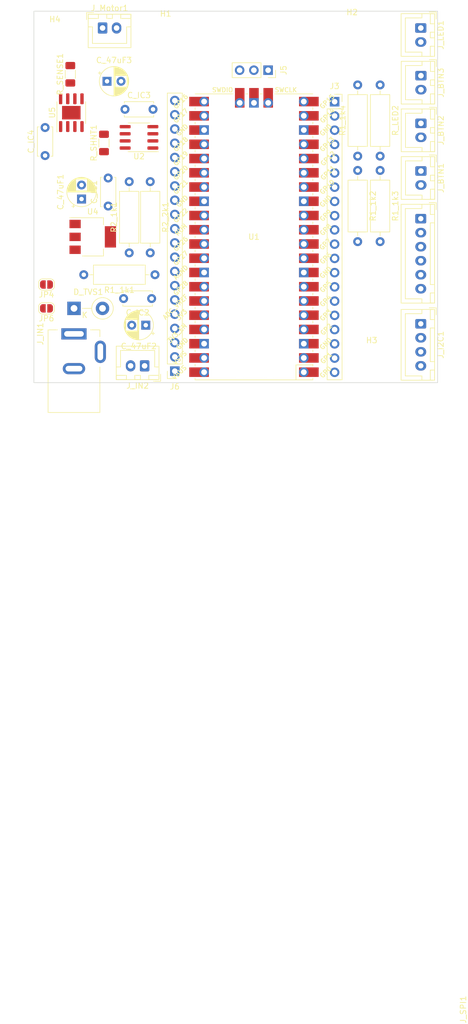
<source format=kicad_pcb>
(kicad_pcb (version 20221018) (generator pcbnew)
  (layers (0 "F.Cu" signal) (31 "B.Cu" signal) (34 "B.Paste" user) (35 "F.Paste" user) (36 "B.SilkS" user "B.Silkscreen") (37 "F.SilkS" user "F.Silkscreen") (38 "B.Mask" user) (39 "F.Mask" user) (44 "Edge.Cuts" user))
  (net 0 "")
  (net 1 "/Current Sense/DCMotor")
  (net 2 "GND")
  (net 3 "+12V")
  (net 4 "+5V")
  (net 5 "+3.3V")
  (net 6 "VDC")
  (net 7 "/ButtonOnBoard")
  (net 8 "/LEDOnBoard")
  (net 9 "Net-(J3-Pin_4)")
  (net 10 "Net-(J3-Pin_5)")
  (net 11 "Net-(J3-Pin_6)")
  (net 12 "Net-(J3-Pin_7)")
  (net 13 "/LED1")
  (net 14 "/IO3")
  (net 15 "/IO2")
  (net 16 "/IO1")
  (net 17 "/SPI0 SS")
  (net 18 "/SPI0 MISO")
  (net 19 "/SPI0 MOSI")
  (net 20 "/SPI0 SCK")
  (net 21 "/I2C0 SCL")
  (net 22 "/I2C0 SDA")
  (net 23 "Net-(J5-Pin_1)")
  (net 24 "Net-(J5-Pin_3)")
  (net 25 "Net-(J6-Pin_1)")
  (net 26 "Net-(J6-Pin_4)")
  (net 27 "Net-(J6-Pin_6)")
  (net 28 "Net-(J6-Pin_7)")
  (net 29 "Net-(J6-Pin_9)")
  (net 30 "Net-(J6-Pin_10)")
  (net 31 "Net-(J6-Pin_11)")
  (net 32 "Net-(J6-Pin_12)")
  (net 33 "Net-(J6-Pin_14)")
  (net 34 "Net-(J6-Pin_15)")
  (net 35 "/I2C1 SCL")
  (net 36 "/I2C1 SDA")
  (net 37 "/PWM2")
  (net 38 "/PWM1")
  (net 39 "+3V3")
  (net 40 "Net-(J_LED1-Pin_2)")
  (net 41 "/MotorController/Out2")
  (net 42 "/MotorController/Out1")
  (net 43 "Net-(U4-ADJ)")
  (net 44 "Net-(R2_1k1-Pad2)")
  (net 45 "Net-(U5-LSS)")
  (footprint "MCU_RaspberryPi_and_Boards:RPi_Pico_SMD_TH" (layer "F.Cu") (at 193.25 102 180)
    (fp_text reference "U1" (at 0 0) (layer "F.SilkS"))
    (fp_text value "Pico")
    (fp_text user "GND" (at 12.8 19.05 45) (layer "F.SilkS") (effects (font (size 0.8 0.8))))
    (fp_text user "GP12" (at -13.2 13.97 45) (layer "F.SilkS") (effects (font (size 0.8 0.8))))
    (fp_text user "AGND" (at 13.054 -6.35 45) (layer "F.SilkS") (effects (font (size 0.8 0.8))))
    (fp_text user "GP26" (at 13.054 -1.27 45) (layer "F.SilkS") (effects (font (size 0.8 0.8))))
    (fp_text user "RUN" (at 13 1.27 45) (layer "F.SilkS") (effects (font (size 0.8 0.8))))
    (fp_text user "GP10" (at -13.054 8.89 45) (layer "F.SilkS") (effects (font (size 0.8 0.8))))
    (fp_text user "GND" (at -12.8 -6.35 45) (layer "F.SilkS") (effects (font (size 0.8 0.8))))
    (fp_text user "VBUS" (at 13.3 -24.2 45) (layer "F.SilkS") (effects (font (size 0.8 0.8))))
    (fp_text user "GP21" (at 13.054 8.9 45) (layer "F.SilkS") (effects (font (size 0.8 0.8))))
    (fp_text user "GP11" (at -13.2 11.43 45) (layer "F.SilkS") (effects (font (size 0.8 0.8))))
    (fp_text user "VSYS" (at 13.2 -21.59 45) (layer "F.SilkS") (effects (font (size 0.8 0.8))))
    (fp_text user "GP2" (at -12.9 -16.51 45) (layer "F.SilkS") (effects (font (size 0.8 0.8))))
    (fp_text user "GP1" (at -12.9 -21.6 45) (layer "F.SilkS") (effects (font (size 0.8 0.8))))
    (fp_text user "ADC_VREF" (at 14 -12.5 45) (layer "F.SilkS") (effects (font (size 0.8 0.8))))
    (fp_text user "GP3" (at -12.8 -13.97 45) (layer "F.SilkS") (effects (font (size 0.8 0.8))))
    (fp_text user "GP18" (at 13.054 16.51 45) (layer "F.SilkS") (effects (font (size 0.8 0.8))))
    (fp_text user "GND" (at 12.8 -19.05 45) (layer "F.SilkS") (effects (font (size 0.8 0.8))))
    (fp_text user "GND" (at 12.8 6.35 45) (layer "F.SilkS") (effects (font (size 0.8 0.8))))
    (fp_text user "GP15" (at -13.054 24.13 45) (layer "F.SilkS") (effects (font (size 0.8 0.8))))
    (fp_text user "GP19" (at 13.054 13.97 45) (layer "F.SilkS") (effects (font (size 0.8 0.8))))
    (fp_text user "GP9" (at -12.8 3.81 45) (layer "F.SilkS") (effects (font (size 0.8 0.8))))
    (fp_text user "GP0" (at -12.8 -24.13 45) (layer "F.SilkS") (effects (font (size 0.8 0.8))))
    (fp_text user "GP7" (at -12.7 -1.3 45) (layer "F.SilkS") (effects (font (size 0.8 0.8))))
    (fp_text user "GP13" (at -13.054 16.51 45) (layer "F.SilkS") (effects (font (size 0.8 0.8))))
    (fp_text user "SWCLK" (at -5.7 26.2) (layer "F.SilkS") (effects (font (size 0.8 0.8))))
    (fp_text user "GP17" (at 13.054 21.59 45) (layer "F.SilkS") (effects (font (size 0.8 0.8))))
    (fp_text user "GP20" (at 13.054 11.43 45) (layer "F.SilkS") (effects (font (size 0.8 0.8))))
    (fp_text user "3V3" (at 12.9 -13.9 45) (layer "F.SilkS") (effects (font (size 0.8 0.8))))
    (fp_text user "GP5" (at -12.8 -8.89 45) (layer "F.SilkS") (effects (font (size 0.8 0.8))))
    (fp_text user "SWDIO" (at 5.6 26.2) (layer "F.SilkS") (effects (font (size 0.8 0.8))))
    (fp_text user "GP22" (at 13.054 3.81 45) (layer "F.SilkS") (effects (font (size 0.8 0.8))))
    (fp_text user "GND" (at -12.8 19.05 45) (layer "F.SilkS") (effects (font (size 0.8 0.8))))
    (fp_text user "GP16" (at 13.054 24.13 45) (layer "F.SilkS") (effects (font (size 0.8 0.8))))
    (fp_text user "GP8" (at -12.8 1.27 45) (layer "F.SilkS") (effects (font (size 0.8 0.8))))
    (fp_text user "GND" (at -12.8 -19.05 45) (layer "F.SilkS") (effects (font (size 0.8 0.8))))
    (fp_text user "GP27" (at 13.054 -3.8 45) (layer "F.SilkS") (effects (font (size 0.8 0.8))))
    (fp_text user "GP14" (at -13.1 21.59 45) (layer "F.SilkS") (effects (font (size 0.8 0.8))))
    (fp_text user "GND" (at -12.8 6.35 45) (layer "F.SilkS") (effects (font (size 0.8 0.8))))
    (fp_text user "GP28" (at 13.054 -9.144 45) (layer "F.SilkS") (effects (font (size 0.8 0.8))))
    (fp_text user "GP6" (at -12.8 -3.81 45) (layer "F.SilkS") (effects (font (size 0.8 0.8))))
    (fp_text user "3V3_EN" (at 13.7 -17.2 45) (layer "F.SilkS") (effects (font (size 0.8 0.8))))
    (fp_text user "GP4" (at -12.8 -11.43 45) (layer "F.SilkS") (effects (font (size 0.8 0.8))))
    (pad "" np_thru_hole oval (at -2.725 -24 180) (size 1.8 1.8) (drill 1.8) (layers "*.Cu" "*.Mask"))
    (pad "" np_thru_hole oval (at -2.425 -20.97 180) (size 1.5 1.5) (drill 1.5) (layers "*.Cu" "*.Mask"))
    (pad "" np_thru_hole oval (at 2.425 -20.97 180) (size 1.5 1.5) (drill 1.5) (layers "*.Cu" "*.Mask"))
    (pad "" np_thru_hole oval (at 2.725 -24 180) (size 1.8 1.8) (drill 1.8) (layers "*.Cu" "*.Mask"))
    (pad "1" thru_hole oval (at -8.89 -24.13 180) (size 1.7 1.7) (drill 1.02) (layers "*.Cu" "*.Mask") (net 22 "/I2C0 SDA"))
    (pad "1" smd rect (at -8.89 -24.13 180) (size 3.5 1.7) (drill (offset -0.9 0)) (layers "F.Cu" "F.Mask") (net 22 "/I2C0 SDA"))
    (pad "2" thru_hole oval (at -8.89 -21.59 180) (size 1.7 1.7) (drill 1.02) (layers "*.Cu" "*.Mask") (net 21 "/I2C0 SCL"))
    (pad "2" smd rect (at -8.89 -21.59 180) (size 3.5 1.7) (drill (offset -0.9 0)) (layers "F.Cu" "F.Mask") (net 21 "/I2C0 SCL"))
    (pad "3" thru_hole rect (at -8.89 -19.05 180) (size 1.7 1.7) (drill 1.02) (layers "*.Cu" "*.Mask") (net 2 "GND"))
    (pad "3" smd rect (at -8.89 -19.05 180) (size 3.5 1.7) (drill (offset -0.9 0)) (layers "F.Cu" "F.Mask") (net 2 "GND"))
    (pad "4" thru_hole oval (at -8.89 -16.51 180) (size 1.7 1.7) (drill 1.02) (layers "*.Cu" "*.Mask") (net 20 "/SPI0 SCK"))
    (pad "4" smd rect (at -8.89 -16.51 180) (size 3.5 1.7) (drill (offset -0.9 0)) (layers "F.Cu" "F.Mask") (net 20 "/SPI0 SCK"))
    (pad "5" thru_hole oval (at -8.89 -13.97 180) (size 1.7 1.7) (drill 1.02) (layers "*.Cu" "*.Mask") (net 19 "/SPI0 MOSI"))
    (pad "5" smd rect (at -8.89 -13.97 180) (size 3.5 1.7) (drill (offset -0.9 0)) (layers "F.Cu" "F.Mask") (net 19 "/SPI0 MOSI"))
    (pad "6" thru_hole oval (at -8.89 -11.43 180) (size 1.7 1.7) (drill 1.02) (layers "*.Cu" "*.Mask") (net 18 "/SPI0 MISO"))
    (pad "6" smd rect (at -8.89 -11.43 180) (size 3.5 1.7) (drill (offset -0.9 0)) (layers "F.Cu" "F.Mask") (net 18 "/SPI0 MISO"))
    (pad "7" thru_hole oval (at -8.89 -8.89 180) (size 1.7 1.7) (drill 1.02) (layers "*.Cu" "*.Mask") (net 17 "/SPI0 SS"))
    (pad "7" smd rect (at -8.89 -8.89 180) (size 3.5 1.7) (drill (offset -0.9 0)) (layers "F.Cu" "F.Mask") (net 17 "/SPI0 SS"))
    (pad "8" thru_hole rect (at -8.89 -6.35 180) (size 1.7 1.7) (drill 1.02) (layers "*.Cu" "*.Mask") (net 2 "GND"))
    (pad "8" smd rect (at -8.89 -6.35 180) (size 3.5 1.7) (drill (offset -0.9 0)) (layers "F.Cu" "F.Mask") (net 2 "GND"))
    (pad "9" thru_hole oval (at -8.89 -3.81 180) (size 1.7 1.7) (drill 1.02) (layers "*.Cu" "*.Mask") (net 16 "/IO1"))
    (pad "9" smd rect (at -8.89 -3.81 180) (size 3.5 1.7) (drill (offset -0.9 0)) (layers "F.Cu" "F.Mask") (net 16 "/IO1"))
    (pad "10" thru_hole oval (at -8.89 -1.27 180) (size 1.7 1.7) (drill 1.02) (layers "*.Cu" "*.Mask") (net 15 "/IO2"))
    (pad "10" smd rect (at -8.89 -1.27 180) (size 3.5 1.7) (drill (offset -0.9 0)) (layers "F.Cu" "F.Mask") (net 15 "/IO2"))
    (pad "11" thru_hole oval (at -8.89 1.27 180) (size 1.7 1.7) (drill 1.02) (layers "*.Cu" "*.Mask") (net 14 "/IO3"))
    (pad "11" smd rect (at -8.89 1.27 180) (size 3.5 1.7) (drill (offset -0.9 0)) (layers "F.Cu" "F.Mask") (net 14 "/IO3"))
    (pad "12" thru_hole oval (at -8.89 3.81 180) (size 1.7 1.7) (drill 1.02) (layers "*.Cu" "*.Mask") (net 13 "/LED1"))
    (pad "12" smd rect (at -8.89 3.81 180) (size 3.5 1.7) (drill (offset -0.9 0)) (layers "F.Cu" "F.Mask") (net 13 "/LED1"))
    (pad "13" thru_hole rect (at -8.89 6.35 180) (size 1.7 1.7) (drill 1.02) (layers "*.Cu" "*.Mask") (net 2 "GND"))
    (pad "13" smd rect (at -8.89 6.35 180) (size 3.5 1.7) (drill (offset -0.9 0)) (layers "F.Cu" "F.Mask") (net 2 "GND"))
    (pad "14" thru_hole oval (at -8.89 8.89 180) (size 1.7 1.7) (drill 1.02) (layers "*.Cu" "*.Mask") (net 12 "Net-(J3-Pin_7)"))
    (pad "14" smd rect (at -8.89 8.89 180) (size 3.5 1.7) (drill (offset -0.9 0)) (layers "F.Cu" "F.Mask") (net 12 "Net-(J3-Pin_7)"))
    (pad "15" thru_hole oval (at -8.89 11.43 180) (size 1.7 1.7) (drill 1.02) (layers "*.Cu" "*.Mask") (net 11 "Net-(J3-Pin_6)"))
    (pad "15" smd rect (at -8.89 11.43 180) (size 3.5 1.7) (drill (offset -0.9 0)) (layers "F.Cu" "F.Mask") (net 11 "Net-(J3-Pin_6)"))
    (pad "16" thru_hole oval (at -8.89 13.97 180) (size 1.7 1.7) (drill 1.02) (layers "*.Cu" "*.Mask") (net 10 "Net-(J3-Pin_5)"))
    (pad "16" smd rect (at -8.89 13.97 180) (size 3.5 1.7) (drill (offset -0.9 0)) (layers "F.Cu" "F.Mask") (net 10 "Net-(J3-Pin_5)"))
    (pad "17" thru_hole oval (at -8.89 16.51 180) (size 1.7 1.7) (drill 1.02) (layers "*.Cu" "*.Mask") (net 9 "Net-(J3-Pin_4)"))
    (pad "17" smd rect (at -8.89 16.51 180) (size 3.5 1.7) (drill (offset -0.9 0)) (layers "F.Cu" "F.Mask") (net 9 "Net-(J3-Pin_4)"))
    (pad "18" thru_hole rect (at -8.89 19.05 180) (size 1.7 1.7) (drill 1.02) (layers "*.Cu" "*.Mask") (net 2 "GND"))
    (pad "18" smd rect (at -8.89 19.05 180) (size 3.5 1.7) (drill (offset -0.9 0)) (layers "F.Cu" "F.Mask") (net 2 "GND"))
    (pad "19" thru_hole oval (at -8.89 21.59 180) (size 1.7 1.7) (drill 1.02) (layers "*.Cu" "*.Mask") (net 8 "/LEDOnBoard"))
    (pad "19" smd rect (at -8.89 21.59 180) (size 3.5 1.7) (drill (offset -0.9 0)) (layers "F.Cu" "F.Mask") (net 8 "/LEDOnBoard"))
    (pad "20" thru_hole oval (at -8.89 24.13 180) (size 1.7 1.7) (drill 1.02) (layers "*.Cu" "*.Mask") (net 7 "/ButtonOnBoard"))
    (pad "20" smd rect (at -8.89 24.13 180) (size 3.5 1.7) (drill (offset -0.9 0)) (layers "F.Cu" "F.Mask") (net 7 "/ButtonOnBoard"))
    (pad "21" thru_hole oval (at 8.89 24.13 180) (size 1.7 1.7) (drill 1.02) (layers "*.Cu" "*.Mask") (net 38 "/PWM1"))
    (pad "21" smd rect (at 8.89 24.13 180) (size 3.5 1.7) (drill (offset 0.9 0)) (layers "F.Cu" "F.Mask") (net 38 "/PWM1"))
    (pad "22" thru_hole oval (at 8.89 21.59 180) (size 1.7 1.7) (drill 1.02) (layers "*.Cu" "*.Mask") (net 37 "/PWM2"))
    (pad "22" smd rect (at 8.89 21.59 180) (size 3.5 1.7) (drill (offset 0.9 0)) (layers "F.Cu" "F.Mask") (net 37 "/PWM2"))
    (pad "23" thru_hole rect (at 8.89 19.05 180) (size 1.7 1.7) (drill 1.02) (layers "*.Cu" "*.Mask") (net 2 "GND"))
    (pad "23" smd rect (at 8.89 19.05 180) (size 3.5 1.7) (drill (offset 0.9 0)) (layers "F.Cu" "F.Mask") (net 2 "GND"))
    (pad "24" thru_hole oval (at 8.89 16.51 180) (size 1.7 1.7) (drill 1.02) (layers "*.Cu" "*.Mask") (net 36 "/I2C1 SDA"))
    (pad "24" smd rect (at 8.89 16.51 180) (size 3.5 1.7) (drill (offset 0.9 0)) (layers "F.Cu" "F.Mask") (net 36 "/I2C1 SDA"))
    (pad "25" thru_hole oval (at 8.89 13.97 180) (size 1.7 1.7) (drill 1.02) (layers "*.Cu" "*.Mask") (net 35 "/I2C1 SCL"))
    (pad "25" smd rect (at 8.89 13.97 180) (size 3.5 1.7) (drill (offset 0.9 0)) (layers "F.Cu" "F.Mask") (net 35 "/I2C1 SCL"))
    (pad "26" thru_hole oval (at 8.89 11.43 180) (size 1.7 1.7) (drill 1.02) (layers "*.Cu" "*.Mask") (net 34 "Net-(J6-Pin_15)"))
    (pad "26" smd rect (at 8.89 11.43 180) (size 3.5 1.7) (drill (offset 0.9 0)) (layers "F.Cu" "F.Mask") (net 34 "Net-(J6-Pin_15)"))
    (pad "27" thru_hole oval (at 8.89 8.89 180) (size 1.7 1.7) (drill 1.02) (layers "*.Cu" "*.Mask") (net 33 "Net-(J6-Pin_14)"))
    (pad "27" smd rect (at 8.89 8.89 180) (size 3.5 1.7) (drill (offset 0.9 0)) (layers "F.Cu" "F.Mask") (net 33 "Net-(J6-Pin_14)"))
    (pad "28" thru_hole rect (at 8.89 6.35 180) (size 1.7 1.7) (drill 1.02) (layers "*.Cu" "*.Mask") (net 2 "GND"))
    (pad "28" smd rect (at 8.89 6.35 180) (size 3.5 1.7) (drill (offset 0.9 0)) (layers "F.Cu" "F.Mask") (net 2 "GND"))
    (pad "29" thru_hole oval (at 8.89 3.81 180) (size 1.7 1.7) (drill 1.02) (layers "*.Cu" "*.Mask") (net 32 "Net-(J6-Pin_12)"))
    (pad "29" smd rect (at 8.89 3.81 180) (size 3.5 1.7) (drill (offset 0.9 0)) (layers "F.Cu" "F.Mask") (net 32 "Net-(J6-Pin_12)"))
    (pad "30" thru_hole oval (at 8.89 1.27 180) (size 1.7 1.7) (drill 1.02) (layers "*.Cu" "*.Mask") (net 31 "Net-(J6-Pin_11)"))
    (pad "30" smd rect (at 8.89 1.27 180) (size 3.5 1.7) (drill (offset 0.9 0)) (layers "F.Cu" "F.Mask") (net 31 "Net-(J6-Pin_11)"))
    (pad "31" thru_hole oval (at 8.89 -1.27 180) (size 1.7 1.7) (drill 1.02) (layers "*.Cu" "*.Mask") (net 30 "Net-(J6-Pin_10)"))
    (pad "31" smd rect (at 8.89 -1.27 180) (size 3.5 1.7) (drill (offset 0.9 0)) (layers "F.Cu" "F.Mask") (net 30 "Net-(J6-Pin_10)"))
    (pad "32" thru_hole oval (at 8.89 -3.81 180) (size 1.7 1.7) (drill 1.02) (layers "*.Cu" "*.Mask") (net 29 "Net-(J6-Pin_9)"))
    (pad "32" smd rect (at 8.89 -3.81 180) (size 3.5 1.7) (drill (offset 0.9 0)) (layers "F.Cu" "F.Mask") (net 29 "Net-(J6-Pin_9)"))
    (pad "33" thru_hole rect (at 8.89 -6.35 180) (size 1.7 1.7) (drill 1.02) (layers "*.Cu" "*.Mask") (net 2 "GND"))
    (pad "33" smd rect (at 8.89 -6.35 180) (size 3.5 1.7) (drill (offset 0.9 0)) (layers "F.Cu" "F.Mask") (net 2 "GND"))
    (pad "34" thru_hole oval (at 8.89 -8.89 180) (size 1.7 1.7) (drill 1.02) (layers "*.Cu" "*.Mask") (net 28 "Net-(J6-Pin_7)"))
    (pad "34" smd rect (at 8.89 -8.89 180) (size 3.5 1.7) (drill (offset 0.9 0)) (layers "F.Cu" "F.Mask") (net 28 "Net-(J6-Pin_7)"))
    (pad "35" thru_hole oval (at 8.89 -11.43 180) (size 1.7 1.7) (drill 1.02) (layers "*.Cu" "*.Mask") (net 27 "Net-(J6-Pin_6)"))
    (pad "35" smd rect (at 8.89 -11.43 180) (size 3.5 1.7) (drill (offset 0.9 0)) (layers "F.Cu" "F.Mask") (net 27 "Net-(J6-Pin_6)"))
    (pad "36" thru_hole oval (at 8.89 -13.97 180) (size 1.7 1.7) (drill 1.02) (layers "*.Cu" "*.Mask") (net 5 "+3.3V"))
    (pad "36" smd rect (at 8.89 -13.97 180) (size 3.5 1.7) (drill (offset 0.9 0)) (layers "F.Cu" "F.Mask") (net 5 "+3.3V"))
    (pad "37" thru_hole oval (at 8.89 -16.51 180) (size 1.7 1.7) (drill 1.02) (layers "*.Cu" "*.Mask") (net 26 "Net-(J6-Pin_4)"))
    (pad "37" smd rect (at 8.89 -16.51 180) (size 3.5 1.7) (drill (offset 0.9 0)) (layers "F.Cu" "F.Mask") (net 26 "Net-(J6-Pin_4)"))
    (pad "38" thru_hole rect (at 8.89 -19.05 180) (size 1.7 1.7) (drill 1.02) (layers "*.Cu" "*.Mask") (net 2 "GND"))
    (pad "38" smd rect (at 8.89 -19.05 180) (size 3.5 1.7) (drill (offset 0.9 0)) (layers "F.Cu" "F.Mask") (net 2 "GND"))
    (pad "39" thru_hole oval (at 8.89 -21.59 180) (size 1.7 1.7) (drill 1.02) (layers "*.Cu" "*.Mask") (net 4 "+5V"))
    (pad "39" smd rect (at 8.89 -21.59 180) (size 3.5 1.7) (drill (offset 0.9 0)) (layers "F.Cu" "F.Mask") (net 4 "+5V"))
    (pad "40" thru_hole oval (at 8.89 -24.13 180) (size 1.7 1.7) (drill 1.02) (layers "*.Cu" "*.Mask") (net 25 "Net-(J6-Pin_1)"))
    (pad "40" smd rect (at 8.89 -24.13 180) (size 3.5 1.7) (drill (offset 0.9 0)) (layers "F.Cu" "F.Mask") (net 25 "Net-(J6-Pin_1)"))
    (pad "41" thru_hole oval (at -2.54 23.9 180) (size 1.7 1.7) (drill 1.02) (layers "*.Cu" "*.Mask") (net 23 "Net-(J5-Pin_1)"))
    (pad "41" smd rect (at -2.54 23.9 270) (size 3.5 1.7) (drill (offset -0.9 0)) (layers "F.Cu" "F.Mask") (net 23 "Net-(J5-Pin_1)"))
    (pad "42" thru_hole rect (at 0 23.9 180) (size 1.7 1.7) (drill 1.02) (layers "*.Cu" "*.Mask") (net 2 "GND"))
    (pad "42" smd rect (at 0 23.9 270) (size 3.5 1.7) (drill (offset -0.9 0)) (layers "F.Cu" "F.Mask") (net 2 "GND"))
    (pad "43" thru_hole oval (at 2.54 23.9 180) (size 1.7 1.7) (drill 1.02) (layers "*.Cu" "*.Mask") (net 24 "Net-(J5-Pin_3)"))
    (pad "43" smd rect (at 2.54 23.9 270) (size 3.5 1.7) (drill (offset -0.9 0)) (layers "F.Cu" "F.Mask") (net 24 "Net-(J5-Pin_3)"))
  )
  (footprint "Connector_PinSocket_2.54mm:PinSocket_1x03_P2.54mm_Vertical" (layer "F.Cu") (at 195.775 72.275 -90)
    (fp_text reference "J5" (at 0 -2.77 90) (layer "F.SilkS"))
    (fp_text value "Conn_01x03_Pin")
    (pad "1" thru_hole rect (at 0 0 270) (size 1.7 1.7) (drill 1) (layers "*.Cu" "*.Mask") (net 23 "Net-(J5-Pin_1)"))
    (pad "2" thru_hole oval (at 0 2.54 270) (size 1.7 1.7) (drill 1) (layers "*.Cu" "*.Mask") (net 2 "GND"))
    (pad "3" thru_hole oval (at 0 5.08 270) (size 1.7 1.7) (drill 1) (layers "*.Cu" "*.Mask") (net 24 "Net-(J5-Pin_3)"))
  )
  (footprint "MountingHole:MountingHole_3.2mm_M3_DIN965" (layer "F.Cu") (at 157.75 67)
    (fp_text reference "H4" (at 0 -3.8) (layer "F.SilkS"))
    (fp_text value "MountingHole")
    (pad "" np_thru_hole circle (at 0 0) (size 3.2 3.2) (drill 3.2) (layers "*.Cu" "*.Mask"))
  )
  (footprint "MountingHole:MountingHole_3.2mm_M3_DIN965" (layer "F.Cu") (at 214.25 124.25)
    (fp_text reference "H3" (at 0 -3.8) (layer "F.SilkS"))
    (fp_text value "MountingHole")
    (pad "" np_thru_hole circle (at 0 0) (size 3.2 3.2) (drill 3.2) (layers "*.Cu" "*.Mask"))
  )
  (footprint "Connector_JST:JST_XH_B4B-XH-A_1x04_P2.50mm_Vertical" (layer "F.Cu") (at 223 117.5 -90)
    (fp_text reference "J_I2C1" (at 3.75 -3.55 90) (layer "F.SilkS"))
    (fp_text value "Conn_01x04_Pin")
    (pad "1" thru_hole roundrect (at 0 0 270) (size 1.7 1.95) (drill 0.95) (layers "*.Cu" "*.Mask") (roundrect_rratio 0.147059) (net 2 "GND"))
    (pad "2" thru_hole oval (at 2.5 0 270) (size 1.7 1.95) (drill 0.95) (layers "*.Cu" "*.Mask") (net 39 "+3V3"))
    (pad "3" thru_hole oval (at 5 0 270) (size 1.7 1.95) (drill 0.95) (layers "*.Cu" "*.Mask") (net 22 "/I2C0 SDA"))
    (pad "4" thru_hole oval (at 7.5 0 270) (size 1.7 1.95) (drill 0.95) (layers "*.Cu" "*.Mask") (net 21 "/I2C0 SCL"))
  )
  (footprint "Capacitor_THT:C_Disc_D5.0mm_W2.5mm_P5.00mm" (layer "F.Cu") (at 170.25 79.25)
    (fp_text reference "C_IC3" (at 2.5 -2.5) (layer "F.SilkS"))
    (fp_text value "C_Disc_D5.0mm_W2.5mm_P5.00mm")
    (pad "1" thru_hole circle (at 0 0) (size 1.6 1.6) (drill 0.8) (layers "*.Cu" "*.Mask") (net 5 "+3.3V"))
    (pad "2" thru_hole circle (at 5 0) (size 1.6 1.6) (drill 0.8) (layers "*.Cu" "*.Mask") (net 2 "GND"))
  )
  (footprint "Connector_JST:JST_XH_B2B-XH-A_1x02_P2.50mm_Vertical" (layer "F.Cu") (at 223.025 81.75 -90)
    (fp_text reference "J_BTN2" (at 1.25 -3.55 90) (layer "F.SilkS"))
    (fp_text value "Conn_01x02_Pin")
    (pad "1" thru_hole roundrect (at 0 0 270) (size 1.7 2) (drill 1) (layers "*.Cu" "*.Mask") (roundrect_rratio 0.147059) (net 2 "GND"))
    (pad "2" thru_hole oval (at 2.5 0 270) (size 1.7 2) (drill 1) (layers "*.Cu" "*.Mask") (net 15 "/IO2"))
  )
  (footprint "Resistor_SMD:R_1206_3216Metric_Pad1.30x1.75mm_HandSolder" (layer "F.Cu") (at 160.5 73 90)
    (fp_text reference "R_SENSE1" (at 0 -1.82 90) (layer "F.SilkS"))
    (fp_text value "10m")
    (pad "1" smd roundrect (at -1.55 0 90) (size 1.3 1.75) (layers "F.Cu" "F.Paste" "F.Mask") (roundrect_rratio 0.192308) (net 45 "Net-(U5-LSS)"))
    (pad "2" smd roundrect (at 1.55 0 90) (size 1.3 1.75) (layers "F.Cu" "F.Paste" "F.Mask") (roundrect_rratio 0.192308) (net 2 "GND"))
  )
  (footprint "Resistor_THT:R_Axial_DIN0309_L9.0mm_D3.2mm_P12.70mm_Horizontal" (layer "F.Cu") (at 215.75 74.9 -90)
    (fp_text reference "R_LED2" (at 6.35 -2.72 90) (layer "F.SilkS"))
    (fp_text value "2k")
    (pad "1" thru_hole circle (at 0 0 270) (size 1.6 1.6) (drill 0.8) (layers "*.Cu" "*.Mask") (net 13 "/LED1"))
    (pad "2" thru_hole oval (at 12.7 0 270) (size 1.6 1.6) (drill 0.8) (layers "*.Cu" "*.Mask") (net 40 "Net-(J_LED1-Pin_2)"))
  )
  (footprint "Connector_JST:JST_XH_B6B-XH-A_1x06_P2.50mm_Vertical" (layer "F.Cu") (at 223 98.75 -90)
    (fp_text reference "J_SPI1" (at 141.05 -7.58 90) (layer "F.SilkS"))
    (fp_text value "Conn_01x06_Pin")
    (pad "1" thru_hole roundrect (at 0 0 270) (size 1.7 1.95) (drill 0.95) (layers "*.Cu" "*.Mask") (roundrect_rratio 0.147059) (net 2 "GND"))
    (pad "2" thru_hole oval (at 2.5 0 270) (size 1.7 1.95) (drill 0.95) (layers "*.Cu" "*.Mask") (net 39 "+3V3"))
    (pad "3" thru_hole oval (at 5 0 270) (size 1.7 1.95) (drill 0.95) (layers "*.Cu" "*.Mask") (net 17 "/SPI0 SS"))
    (pad "4" thru_hole oval (at 7.5 0 270) (size 1.7 1.95) (drill 0.95) (layers "*.Cu" "*.Mask") (net 19 "/SPI0 MOSI"))
    (pad "5" thru_hole oval (at 10 0 270) (size 1.7 1.95) (drill 0.95) (layers "*.Cu" "*.Mask") (net 18 "/SPI0 MISO"))
    (pad "6" thru_hole oval (at 12.5 0 270) (size 1.7 1.95) (drill 0.95) (layers "*.Cu" "*.Mask") (net 20 "/SPI0 SCK"))
  )
  (footprint "Resistor_THT:R_Axial_DIN0309_L9.0mm_D3.2mm_P12.70mm_Horizontal" (layer "F.Cu") (at 175.6 108.75 180)
    (fp_text reference "R1_1k1" (at 6.35 -2.72) (layer "F.SilkS"))
    (fp_text value "1k")
    (pad "1" thru_hole circle (at 0 0 180) (size 1.6 1.6) (drill 0.8) (layers "*.Cu" "*.Mask") (net 43 "Net-(U4-ADJ)"))
    (pad "2" thru_hole oval (at 12.7 0 180) (size 1.6 1.6) (drill 0.8) (layers "*.Cu" "*.Mask") (net 4 "+5V"))
  )
  (footprint "Capacitor_THT:C_Disc_D5.0mm_W2.5mm_P5.00mm" (layer "F.Cu") (at 175 113 180)
    (fp_text reference "C_IC2" (at 2.5 -2.5) (layer "F.SilkS"))
    (fp_text value "C_Disc_D5.0mm_W2.5mm_P5.00mm")
    (pad "1" thru_hole circle (at 0 0 180) (size 1.6 1.6) (drill 0.8) (layers "*.Cu" "*.Mask") (net 4 "+5V"))
    (pad "2" thru_hole circle (at 5 0 180) (size 1.6 1.6) (drill 0.8) (layers "*.Cu" "*.Mask") (net 2 "GND"))
  )
  (footprint "Connector_JST:JST_XH_B2B-XH-A_1x02_P2.50mm_Vertical" (layer "F.Cu") (at 173.75 125 180)
    (fp_text reference "J_IN2" (at 1.25 -3.55) (layer "F.SilkS"))
    (fp_text value "Conn_01x02_Pin")
    (pad "1" thru_hole roundrect (at 0 0 180) (size 1.7 2) (drill 1) (layers "*.Cu" "*.Mask") (roundrect_rratio 0.147059) (net 2 "GND"))
    (pad "2" thru_hole oval (at 2.5 0 180) (size 1.7 2) (drill 1) (layers "*.Cu" "*.Mask") (net 6 "VDC"))
  )
  (footprint "Connector_JST:JST_XH_B2B-XH-A_1x02_P2.50mm_Vertical" (layer "F.Cu") (at 166.25 64.75)
    (fp_text reference "J_Motor1" (at 1.25 -3.55) (layer "F.SilkS"))
    (fp_text value "Conn_01x02_Pin")
    (pad "1" thru_hole roundrect (at 0 0) (size 1.7 2) (drill 1) (layers "*.Cu" "*.Mask") (roundrect_rratio 0.147059) (net 41 "/MotorController/Out2"))
    (pad "2" thru_hole oval (at 2.5 0) (size 1.7 2) (drill 1) (layers "*.Cu" "*.Mask") (net 42 "/MotorController/Out1"))
  )
  (footprint "Resistor_THT:R_Axial_DIN0309_L9.0mm_D3.2mm_P12.70mm_Horizontal" (layer "F.Cu") (at 211.75 90.15 -90)
    (fp_text reference "R1_1k2" (at 6.35 -2.72 90) (layer "F.SilkS"))
    (fp_text value "1k")
    (pad "1" thru_hole circle (at 0 0 270) (size 1.6 1.6) (drill 0.8) (layers "*.Cu" "*.Mask") (net 39 "+3V3"))
    (pad "2" thru_hole oval (at 12.7 0 270) (size 1.6 1.6) (drill 0.8) (layers "*.Cu" "*.Mask") (net 16 "/IO1"))
  )
  (footprint "Package_SO:SOIC-8-1EP_3.9x4.9mm_P1.27mm_EP2.41x3.3mm" (layer "F.Cu") (at 160.675 79.85 90)
    (fp_text reference "U5" (at 0 -3.4 90) (layer "F.SilkS"))
    (fp_text value "A4950ELJTR-T-MS")
    (pad "1" smd roundrect (at -2.475 -1.905 90) (size 1.95 0.6) (layers "F.Cu" "F.Paste" "F.Mask") (net 2 "GND"))
    (pad "2" smd roundrect (at -2.475 -0.635 90) (size 1.95 0.6) (layers "F.Cu" "F.Paste" "F.Mask") (net 37 "/PWM2"))
    (pad "3" smd roundrect (at -2.475 0.635 90) (size 1.95 0.6) (layers "F.Cu" "F.Paste" "F.Mask") (net 38 "/PWM1"))
    (pad "4" smd roundrect (at -2.475 1.905 90) (size 1.95 0.6) (layers "F.Cu" "F.Paste" "F.Mask") (net 5 "+3.3V"))
    (pad "5" smd roundrect (at 2.475 1.905 90) (size 1.95 0.6) (layers "F.Cu" "F.Paste" "F.Mask") (net 1 "/Current Sense/DCMotor"))
    (pad "6" smd roundrect (at 2.475 0.635 90) (size 1.95 0.6) (layers "F.Cu" "F.Paste" "F.Mask") (net 42 "/MotorController/Out1"))
    (pad "7" smd roundrect (at 2.475 -0.635 90) (size 1.95 0.6) (layers "F.Cu" "F.Paste" "F.Mask") (net 45 "Net-(U5-LSS)"))
    (pad "8" smd roundrect (at 2.475 -1.905 90) (size 1.95 0.6) (layers "F.Cu" "F.Paste" "F.Mask") (net 41 "/MotorController/Out2"))
    (pad "9" smd rect (at 0 0 90) (size 2.41 3.3) (layers "F.Cu" "F.Mask") (net 2 "GND"))
  )
  (footprint "Capacitor_THT:C_Disc_D5.0mm_W2.5mm_P5.00mm" (layer "F.Cu") (at 167.25 96.5 90)
    (fp_text reference "C_IC1" (at 2.5 -2.5 90) (layer "F.SilkS"))
    (fp_text value "C_Disc_D5.0mm_W2.5mm_P5.00mm")
    (pad "1" thru_hole circle (at 0 0 90) (size 1.6 1.6) (drill 0.8) (layers "*.Cu" "*.Mask") (net 3 "+12V"))
    (pad "2" thru_hole circle (at 5 0 90) (size 1.6 1.6) (drill 0.8) (layers "*.Cu" "*.Mask") (net 2 "GND"))
  )
  (footprint "Capacitor_THT:C_Disc_D5.0mm_W2.5mm_P5.00mm" (layer "F.Cu") (at 156 87.5 90)
    (fp_text reference "C_IC4" (at 2.5 -2.5 90) (layer "F.SilkS"))
    (fp_text value "C_Disc_D5.0mm_W2.5mm_P5.00mm")
    (pad "1" thru_hole circle (at 0 0 90) (size 1.6 1.6) (drill 0.8) (layers "*.Cu" "*.Mask") (net 5 "+3.3V"))
    (pad "2" thru_hole circle (at 5 0 90) (size 1.6 1.6) (drill 0.8) (layers "*.Cu" "*.Mask") (net 2 "GND"))
  )
  (footprint "Connector_BarrelJack:BarrelJack_Kycon_KLDX-0202-xC_Horizontal" (layer "F.Cu") (at 161.15 119.3 90)
    (fp_text reference "J_IN1" (at 0 -6 90 unlocked) (layer "F.SilkS"))
    (fp_text value "Barrel_Jack")
    (pad "1" thru_hole rect (at 0 0 90) (size 2 4.5) (drill oval 1 3.5) (layers "*.Cu" "*.Mask") (net 6 "VDC"))
    (pad "2" thru_hole oval (at -6.2 0 90) (size 2 4) (drill oval 1 3) (layers "*.Cu" "*.Mask") (net 2 "GND"))
    (pad "3" thru_hole oval (at -3.2 4.7 180) (size 2 4) (drill oval 1 3) (layers "*.Cu" "*.Mask"))
  )
  (footprint "Diode_THT:D_DO-15_P5.08mm_Vertical_KathodeUp" (layer "F.Cu") (at 161.16 114.75)
    (fp_text reference "D_TVS1" (at 2.54 -2.92) (layer "F.SilkS"))
    (fp_text value "P6KE13A")
    (fp_text user "K" (at 1.9 1.2) (layer "F.SilkS"))
    (pad "1" thru_hole rect (at 0 0) (size 2.4 2.4) (drill 1.2) (layers "*.Cu" "*.Mask") (net 6 "VDC"))
    (pad "2" thru_hole oval (at 5.08 0) (size 2.4 2.4) (drill 1.2) (layers "*.Cu" "*.Mask") (net 2 "GND"))
  )
  (footprint "Resistor_SMD:R_1206_3216Metric_Pad1.30x1.75mm_HandSolder" (layer "F.Cu") (at 166.5 85.25 90)
    (fp_text reference "R_SHNT1" (at 0 -1.82 90) (layer "F.SilkS"))
    (fp_text value "10m")
    (pad "1" smd roundrect (at -1.55 0 90) (size 1.3 1.75) (layers "F.Cu" "F.Paste" "F.Mask") (roundrect_rratio 0.192308) (net 6 "VDC"))
    (pad "2" smd roundrect (at 1.55 0 90) (size 1.3 1.75) (layers "F.Cu" "F.Paste" "F.Mask") (roundrect_rratio 0.192308) (net 1 "/Current Sense/DCMotor"))
  )
  (footprint "MountingHole:MountingHole_3.2mm_M3_DIN965" (layer "F.Cu") (at 210.75 65.75)
    (fp_text reference "H2" (at 0 -3.8) (layer "F.SilkS"))
    (fp_text value "MountingHole")
    (pad "" np_thru_hole circle (at 0 0) (size 3.2 3.2) (drill 3.2) (layers "*.Cu" "*.Mask"))
  )
  (footprint "Connector_PinSocket_2.54mm:PinSocket_1x20_P2.54mm_Vertical" (layer "F.Cu") (at 207.635 77.895)
    (fp_text reference "J3" (at 0 -2.77) (layer "F.SilkS"))
    (fp_text value "Conn_01x20_Socket")
    (pad "1" thru_hole rect (at 0 0) (size 1.7 1.7) (drill 1) (layers "*.Cu" "*.Mask") (net 7 "/ButtonOnBoard"))
    (pad "2" thru_hole oval (at 0 2.54) (size 1.7 1.7) (drill 1) (layers "*.Cu" "*.Mask") (net 8 "/LEDOnBoard"))
    (pad "3" thru_hole oval (at 0 5.08) (size 1.7 1.7) (drill 1) (layers "*.Cu" "*.Mask") (net 2 "GND"))
    (pad "4" thru_hole oval (at 0 7.62) (size 1.7 1.7) (drill 1) (layers "*.Cu" "*.Mask") (net 9 "Net-(J3-Pin_4)"))
    (pad "5" thru_hole oval (at 0 10.16) (size 1.7 1.7) (drill 1) (layers "*.Cu" "*.Mask") (net 10 "Net-(J3-Pin_5)"))
    (pad "6" thru_hole oval (at 0 12.7) (size 1.7 1.7) (drill 1) (layers "*.Cu" "*.Mask") (net 11 "Net-(J3-Pin_6)"))
    (pad "7" thru_hole oval (at 0 15.24) (size 1.7 1.7) (drill 1) (layers "*.Cu" "*.Mask") (net 12 "Net-(J3-Pin_7)"))
    (pad "8" thru_hole oval (at 0 17.78) (size 1.7 1.7) (drill 1) (layers "*.Cu" "*.Mask") (net 2 "GND"))
    (pad "9" thru_hole oval (at 0 20.32) (size 1.7 1.7) (drill 1) (layers "*.Cu" "*.Mask") (net 13 "/LED1"))
    (pad "10" thru_hole oval (at 0 22.86) (size 1.7 1.7) (drill 1) (layers "*.Cu" "*.Mask") (net 14 "/IO3"))
    (pad "11" thru_hole oval (at 0 25.4) (size 1.7 1.7) (drill 1) (layers "*.Cu" "*.Mask") (net 15 "/IO2"))
    (pad "12" thru_hole oval (at 0 27.94) (size 1.7 1.7) (drill 1) (layers "*.Cu" "*.Mask") (net 16 "/IO1"))
    (pad "13" thru_hole oval (at 0 30.48) (size 1.7 1.7) (drill 1) (layers "*.Cu" "*.Mask") (net 2 "GND"))
    (pad "14" thru_hole oval (at 0 33.02) (size 1.7 1.7) (drill 1) (layers "*.Cu" "*.Mask") (net 17 "/SPI0 SS"))
    (pad "15" thru_hole oval (at 0 35.56) (size 1.7 1.7) (drill 1) (layers "*.Cu" "*.Mask") (net 18 "/SPI0 MISO"))
    (pad "16" thru_hole oval (at 0 38.1) (size 1.7 1.7) (drill 1) (layers "*.Cu" "*.Mask") (net 19 "/SPI0 MOSI"))
    (pad "17" thru_hole oval (at 0 40.64) (size 1.7 1.7) (drill 1) (layers "*.Cu" "*.Mask") (net 20 "/SPI0 SCK"))
    (pad "18" thru_hole oval (at 0 43.18) (size 1.7 1.7) (drill 1) (layers "*.Cu" "*.Mask") (net 2 "GND"))
    (pad "19" thru_hole oval (at 0 45.72) (size 1.7 1.7) (drill 1) (layers "*.Cu" "*.Mask") (net 21 "/I2C0 SCL"))
    (pad "20" thru_hole oval (at 0 48.26) (size 1.7 1.7) (drill 1) (layers "*.Cu" "*.Mask") (net 22 "/I2C0 SDA"))
  )
  (footprint "Capacitor_THT:CP_Radial_D5.0mm_P2.50mm" (layer "F.Cu") (at 173.955112 117.75 180)
    (fp_text reference "C_47uF2" (at 1.25 -3.75) (layer "F.SilkS"))
    (fp_text value "CP_Radial_D5.0mm_P2.50mm")
    (pad "1" thru_hole rect (at 0 0 180) (size 1.6 1.6) (drill 0.8) (layers "*.Cu" "*.Mask") (net 4 "+5V"))
    (pad "2" thru_hole circle (at 2.5 0 180) (size 1.6 1.6) (drill 0.8) (layers "*.Cu" "*.Mask") (net 2 "GND"))
  )
  (footprint "Connector_JST:JST_XH_B2B-XH-A_1x02_P2.50mm_Vertical" (layer "F.Cu") (at 223.025 73.25 -90)
    (fp_text reference "J_BTN3" (at 1.25 -3.55 90) (layer "F.SilkS"))
    (fp_text value "Conn_01x02_Pin")
    (pad "1" thru_hole roundrect (at 0 0 270) (size 1.7 2) (drill 1) (layers "*.Cu" "*.Mask") (roundrect_rratio 0.147059) (net 2 "GND"))
    (pad "2" thru_hole oval (at 2.5 0 270) (size 1.7 2) (drill 1) (layers "*.Cu" "*.Mask") (net 14 "/IO3"))
  )
  (footprint "Package_TO_SOT_SMD:SOT-223-3_TabPin2" (layer "F.Cu") (at 164.5 102)
    (fp_text reference "U4" (at 0 -4.5) (layer "F.SilkS"))
    (fp_text value "NCP1117-ADJ_SOT223")
    (pad "1" smd rect (at -3.15 -2.3) (size 2 1.5) (layers "F.Cu" "F.Paste" "F.Mask") (net 43 "Net-(U4-ADJ)"))
    (pad "2" smd rect (at -3.15 0) (size 2 1.5) (layers "F.Cu" "F.Paste" "F.Mask") (net 4 "+5V"))
    (pad "2" smd rect (at 3.15 0) (size 2 3.8) (layers "F.Cu" "F.Paste" "F.Mask") (net 4 "+5V"))
    (pad "3" smd rect (at -3.15 2.3) (size 2 1.5) (layers "F.Cu" "F.Paste" "F.Mask") (net 3 "+12V"))
  )
  (footprint "Resistor_THT:R_Axial_DIN0309_L9.0mm_D3.2mm_P12.70mm_Horizontal" (layer "F.Cu") (at 215.75 90.15 -90)
    (fp_text reference "R1_1k3" (at 6.35 -2.72 90) (layer "F.SilkS"))
    (fp_text value "1k")
    (pad "1" thru_hole circle (at 0 0 270) (size 1.6 1.6) (drill 0.8) (layers "*.Cu" "*.Mask") (net 39 "+3V3"))
    (pad "2" thru_hole oval (at 12.7 0 270) (size 1.6 1.6) (drill 0.8) (layers "*.Cu" "*.Mask") (net 15 "/IO2"))
  )
  (footprint "Resistor_THT:R_Axial_DIN0309_L9.0mm_D3.2mm_P12.70mm_Horizontal" (layer "F.Cu") (at 211.75 87.6 90)
    (fp_text reference "R1_1k4" (at 6.35 -2.72 90) (layer "F.SilkS"))
    (fp_text value "1k")
    (pad "1" thru_hole circle (at 0 0 90) (size 1.6 1.6) (drill 0.8) (layers "*.Cu" "*.Mask") (net 39 "+3V3"))
    (pad "2" thru_hole oval (at 12.7 0 90) (size 1.6 1.6) (drill 0.8) (layers "*.Cu" "*.Mask") (net 14 "/IO3"))
  )
  (footprint "Connector_JST:JST_XH_B2B-XH-A_1x02_P2.50mm_Vertical" (layer "F.Cu") (at 223.025 90.25 -90)
    (fp_text reference "J_BTN1" (at 1.25 -3.55 90) (layer "F.SilkS"))
    (fp_text value "Conn_01x02_Pin")
    (pad "1" thru_hole roundrect (at 0 0 270) (size 1.7 2) (drill 1) (layers "*.Cu" "*.Mask") (roundrect_rratio 0.147059) (net 2 "GND"))
    (pad "2" thru_hole oval (at 2.5 0 270) (size 1.7 2) (drill 1) (layers "*.Cu" "*.Mask") (net 16 "/IO1"))
  )
  (footprint "Resistor_THT:R_Axial_DIN0309_L9.0mm_D3.2mm_P12.70mm_Horizontal" (layer "F.Cu") (at 171 104.85 90)
    (fp_text reference "R2_1k1" (at 6.35 -2.72 90) (layer "F.SilkS"))
    (fp_text value "1k")
    (pad "1" thru_hole circle (at 0 0 90) (size 1.6 1.6) (drill 0.8) (layers "*.Cu" "*.Mask") (net 43 "Net-(U4-ADJ)"))
    (pad "2" thru_hole oval (at 12.7 0 90) (size 1.6 1.6) (drill 0.8) (layers "*.Cu" "*.Mask") (net 44 "Net-(R2_1k1-Pad2)"))
  )
  (footprint "Jumper:SolderJumper-2_P1.3mm_Open_RoundedPad1.0x1.5mm" (layer "F.Cu") (at 156.25 110.5 180)
    (fp_text reference "JP4" (at 0 -1.8) (layer "F.SilkS"))
    (fp_text value "SolderJumper_2_Open")
    (pad "1" smd custom (at -0.65 0 180) (size 1 0.5) (layers "F.Cu" "F.Mask") (net 3 "+12V") (options (clearance outline) (anchor rect)) (primitives (gr_circle (center 0 0.25) (end 0.5 0.25) (width 0) (fill yes)) (gr_circle (center 0 -0.25) (end 0.5 -0.25) (width 0) (fill yes)) (gr_poly (pts (xy 0.5 0.75) (xy 0 0.75) (xy 0 -0.75) (xy 0.5 -0.75)) (width 0) (fill yes))))
    (pad "2" smd custom (at 0.65 0 180) (size 1 0.5) (layers "F.Cu" "F.Mask") (net 6 "VDC") (options (clearance outline) (anchor rect)) (primitives (gr_circle (center 0 0.25) (end 0.5 0.25) (width 0) (fill yes)) (gr_circle (center 0 -0.25) (end 0.5 -0.25) (width 0) (fill yes)) (gr_poly (pts (xy 0 0.75) (xy -0.5 0.75) (xy -0.5 -0.75) (xy 0 -0.75)) (width 0) (fill yes))))
  )
  (footprint "Capacitor_THT:CP_Radial_D5.0mm_P2.50mm" (layer "F.Cu") (at 167.044888 74.25)
    (fp_text reference "C_47uF3" (at 1.25 -3.75) (layer "F.SilkS"))
    (fp_text value "CP_Radial_D5.0mm_P2.50mm")
    (pad "1" thru_hole rect (at 0 0) (size 1.6 1.6) (drill 0.8) (layers "*.Cu" "*.Mask") (net 1 "/Current Sense/DCMotor"))
    (pad "2" thru_hole circle (at 2.5 0) (size 1.6 1.6) (drill 0.8) (layers "*.Cu" "*.Mask") (net 2 "GND"))
  )
  (footprint "Resistor_THT:R_Axial_DIN0309_L9.0mm_D3.2mm_P12.70mm_Horizontal" (layer "F.Cu") (at 174.75 92.15 -90)
    (fp_text reference "R2_2k1" (at 6.35 -2.72 90) (layer "F.SilkS"))
    (fp_text value "2k")
    (pad "1" thru_hole circle (at 0 0 270) (size 1.6 1.6) (drill 0.8) (layers "*.Cu" "*.Mask") (net 44 "Net-(R2_1k1-Pad2)"))
    (pad "2" thru_hole oval (at 12.7 0 270) (size 1.6 1.6) (drill 0.8) (layers "*.Cu" "*.Mask") (net 2 "GND"))
  )
  (footprint "Jumper:SolderJumper-2_P1.3mm_Open_RoundedPad1.0x1.5mm" (layer "F.Cu") (at 156.25 114.75 180)
    (fp_text reference "JP6" (at 0 -1.8) (layer "F.SilkS"))
    (fp_text value "SolderJumper_2_Open")
    (pad "1" smd custom (at -0.65 0 180) (size 1 0.5) (layers "F.Cu" "F.Mask") (net 4 "+5V") (options (clearance outline) (anchor rect)) (primitives (gr_circle (center 0 0.25) (end 0.5 0.25) (width 0) (fill yes)) (gr_circle (center 0 -0.25) (end 0.5 -0.25) (width 0) (fill yes)) (gr_poly (pts (xy 0.5 0.75) (xy 0 0.75) (xy 0 -0.75) (xy 0.5 -0.75)) (width 0) (fill yes))))
    (pad "2" smd custom (at 0.65 0 180) (size 1 0.5) (layers "F.Cu" "F.Mask") (net 6 "VDC") (options (clearance outline) (anchor rect)) (primitives (gr_circle (center 0 0.25) (end 0.5 0.25) (width 0) (fill yes)) (gr_circle (center 0 -0.25) (end 0.5 -0.25) (width 0) (fill yes)) (gr_poly (pts (xy 0 0.75) (xy -0.5 0.75) (xy -0.5 -0.75) (xy 0 -0.75)) (width 0) (fill yes))))
  )
  (footprint "Package_SO:SOIC-8_3.9x4.9mm_P1.27mm" (layer "F.Cu") (at 172.75 84.25 180)
    (fp_text reference "U2" (at 0 -3.4) (layer "F.SilkS"))
    (fp_text value "INA219AxD")
    (pad "1" smd roundrect (at -2.475 -1.905 180) (size 1.95 0.6) (layers "F.Cu" "F.Paste" "F.Mask") (net 2 "GND"))
    (pad "2" smd roundrect (at -2.475 -0.635 180) (size 1.95 0.6) (layers "F.Cu" "F.Paste" "F.Mask") (net 2 "GND"))
    (pad "3" smd roundrect (at -2.475 0.635 180) (size 1.95 0.6) (layers "F.Cu" "F.Paste" "F.Mask") (net 36 "/I2C1 SDA"))
    (pad "4" smd roundrect (at -2.475 1.905 180) (size 1.95 0.6) (layers "F.Cu" "F.Paste" "F.Mask") (net 35 "/I2C1 SCL"))
    (pad "5" smd roundrect (at 2.475 1.905 180) (size 1.95 0.6) (layers "F.Cu" "F.Paste" "F.Mask") (net 5 "+3.3V"))
    (pad "6" smd roundrect (at 2.475 0.635 180) (size 1.95 0.6) (layers "F.Cu" "F.Paste" "F.Mask") (net 2 "GND"))
    (pad "7" smd roundrect (at 2.475 -0.635 180) (size 1.95 0.6) (layers "F.Cu" "F.Paste" "F.Mask") (net 1 "/Current Sense/DCMotor"))
    (pad "8" smd roundrect (at 2.475 -1.905 180) (size 1.95 0.6) (layers "F.Cu" "F.Paste" "F.Mask") (net 6 "VDC"))
  )
  (footprint "Connector_PinSocket_2.54mm:PinSocket_1x20_P2.54mm_Vertical" (layer "F.Cu") (at 179.135 125.945 180)
    (fp_text reference "J6" (at 0 -2.77) (layer "F.SilkS"))
    (fp_text value "Conn_01x20_Socket")
    (pad "1" thru_hole rect (at 0 0 180) (size 1.7 1.7) (drill 1) (layers "*.Cu" "*.Mask") (net 25 "Net-(J6-Pin_1)"))
    (pad "2" thru_hole oval (at 0 2.54 180) (size 1.7 1.7) (drill 1) (layers "*.Cu" "*.Mask") (net 4 "+5V"))
    (pad "3" thru_hole oval (at 0 5.08 180) (size 1.7 1.7) (drill 1) (layers "*.Cu" "*.Mask") (net 2 "GND"))
    (pad "4" thru_hole oval (at 0 7.62 180) (size 1.7 1.7) (drill 1) (layers "*.Cu" "*.Mask") (net 26 "Net-(J6-Pin_4)"))
    (pad "5" thru_hole oval (at 0 10.16 180) (size 1.7 1.7) (drill 1) (layers "*.Cu" "*.Mask") (net 5 "+3.3V"))
    (pad "6" thru_hole oval (at 0 12.7 180) (size 1.7 1.7) (drill 1) (layers "*.Cu" "*.Mask") (net 27 "Net-(J6-Pin_6)"))
    (pad "7" thru_hole oval (at 0 15.24 180) (size 1.7 1.7) (drill 1) (layers "*.Cu" "*.Mask") (net 28 "Net-(J6-Pin_7)"))
    (pad "8" thru_hole oval (at 0 17.78 180) (size 1.7 1.7) (drill 1) (layers "*.Cu" "*.Mask") (net 2 "GND"))
    (pad "9" thru_hole oval (at 0 20.32 180) (size 1.7 1.7) (drill 1) (layers "*.Cu" "*.Mask") (net 29 "Net-(J6-Pin_9)"))
    (pad "10" thru_hole oval (at 0 22.86 180) (size 1.7 1.7) (drill 1) (layers "*.Cu" "*.Mask") (net 30 "Net-(J6-Pin_10)"))
    (pad "11" thru_hole oval (at 0 25.4 180) (size 1.7 1.7) (drill 1) (layers "*.Cu" "*.Mask") (net 31 "Net-(J6-Pin_11)"))
    (pad "12" thru_hole oval (at 0 27.94 180) (size 1.7 1.7) (drill 1) (layers "*.Cu" "*.Mask") (net 32 "Net-(J6-Pin_12)"))
    (pad "13" thru_hole oval (at 0 30.48 180) (size 1.7 1.7) (drill 1) (layers "*.Cu" "*.Mask") (net 2 "GND"))
    (pad "14" thru_hole oval (at 0 33.02 180) (size 1.7 1.7) (drill 1) (layers "*.Cu" "*.Mask") (net 33 "Net-(J6-Pin_14)"))
    (pad "15" thru_hole oval (at 0 35.56 180) (size 1.7 1.7) (drill 1) (layers "*.Cu" "*.Mask") (net 34 "Net-(J6-Pin_15)"))
    (pad "16" thru_hole oval (at 0 38.1 180) (size 1.7 1.7) (drill 1) (layers "*.Cu" "*.Mask") (net 35 "/I2C1 SCL"))
    (pad "17" thru_hole oval (at 0 40.64 180) (size 1.7 1.7) (drill 1) (layers "*.Cu" "*.Mask") (net 36 "/I2C1 SDA"))
    (pad "18" thru_hole oval (at 0 43.18 180) (size 1.7 1.7) (drill 1) (layers "*.Cu" "*.Mask") (net 2 "GND"))
    (pad "19" thru_hole oval (at 0 45.72 180) (size 1.7 1.7) (drill 1) (layers "*.Cu" "*.Mask") (net 37 "/PWM2"))
    (pad "20" thru_hole oval (at 0 48.26 180) (size 1.7 1.7) (drill 1) (layers "*.Cu" "*.Mask") (net 38 "/PWM1"))
  )
  (footprint "MountingHole:MountingHole_3.2mm_M3_DIN965" (layer "F.Cu") (at 177.5 66)
    (fp_text reference "H1" (at 0 -3.8) (layer "F.SilkS"))
    (fp_text value "MountingHole")
    (pad "" np_thru_hole circle (at 0 0) (size 3.2 3.2) (drill 3.2) (layers "*.Cu" "*.Mask"))
  )
  (footprint "Connector_JST:JST_XH_B2B-XH-A_1x02_P2.50mm_Vertical" (layer "F.Cu") (at 223 64.75 -90)
    (fp_text reference "J_LED1" (at 1.25 -3.55 90) (layer "F.SilkS"))
    (fp_text value "Conn_01x02_Pin")
    (pad "1" thru_hole roundrect (at 0 0 270) (size 1.7 2) (drill 1) (layers "*.Cu" "*.Mask") (roundrect_rratio 0.147059) (net 2 "GND"))
    (pad "2" thru_hole oval (at 2.5 0 270) (size 1.7 2) (drill 1) (layers "*.Cu" "*.Mask") (net 40 "Net-(J_LED1-Pin_2)"))
  )
  (footprint "Capacitor_THT:CP_Radial_D5.0mm_P2.50mm" (layer "F.Cu") (at 162.5 95.25 90)
    (fp_text reference "C_47uF1" (at 1.25 -3.75 90) (layer "F.SilkS"))
    (fp_text value "CP_Radial_D5.0mm_P2.50mm")
    (pad "1" thru_hole rect (at 0 0 90) (size 1.6 1.6) (drill 0.8) (layers "*.Cu" "*.Mask") (net 3 "+12V"))
    (pad "2" thru_hole circle (at 2.5 0 90) (size 1.6 1.6) (drill 0.8) (layers "*.Cu" "*.Mask") (net 2 "GND"))
  )
  (gr_rect (start 154 61.75) (end 226 128) (stroke (width 0.1)) (fill none) (layer "Edge.Cuts"))
)
</source>
